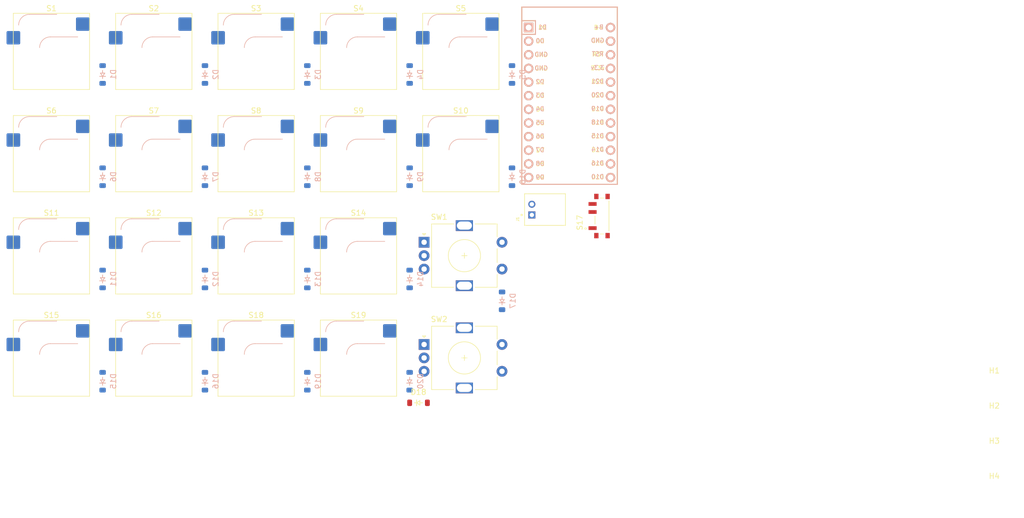
<source format=kicad_pcb>
(kicad_pcb (version 20221018) (generator pcbnew)
  (layers (0 "F.Cu" signal) (31 "B.Cu" signal) (34 "B.Paste" user) (35 "F.Paste" user) (36 "B.SilkS" user "B.Silkscreen") (37 "F.SilkS" user "F.Silkscreen") (38 "B.Mask" user) (39 "F.Mask" user) (44 "Edge.Cuts" user))
  (net 0 "")
  (net 1 "Row 0")
  (net 2 "Net-(D1-A)")
  (net 3 "Net-(D2-A)")
  (net 4 "Net-(D3-A)")
  (net 5 "Net-(D4-A)")
  (net 6 "Net-(D5-A)")
  (net 7 "Row 1")
  (net 8 "Net-(D6-A)")
  (net 9 "Net-(D7-A)")
  (net 10 "Net-(D8-A)")
  (net 11 "Net-(D9-A)")
  (net 12 "Net-(D10-A)")
  (net 13 "Row 2")
  (net 14 "Net-(D11-A)")
  (net 15 "Net-(D12-A)")
  (net 16 "Net-(D13-A)")
  (net 17 "Net-(D14-A)")
  (net 18 "Row 3")
  (net 19 "Net-(D15-A)")
  (net 20 "Net-(D16-A)")
  (net 21 "Net-(D17-K)")
  (net 22 "Net-(D17-A)")
  (net 23 "Net-(D18-A)")
  (net 24 "Net-(D19-A)")
  (net 25 "Net-(D20-A)")
  (net 26 "Net-(J1-Pad2)")
  (net 27 "Positive")
  (net 28 "Column 0")
  (net 29 "Column 1")
  (net 30 "Column 2")
  (net 31 "Column 3")
  (net 32 "Ground 1")
  (net 33 "Negative")
  (net 34 "Pin 2")
  (net 35 "Pin 1")
  (net 36 "Ground 2")
  (net 37 "Pin 4")
  (net 38 "Pin 3")
  (net 44 "Column 4")
  (footprint "ScottoKeebs_Hotswap:Hotswap_MX_1.00u" (layer "F.Cu") (at 68.82 46.37)
    (fp_text reference "S1" (at 0 -8) (layer "F.SilkS"))
    (fp_text value "Keyswitch")
    (pad "" np_thru_hole circle (at -5.08 0) (size 1.75 1.75) (drill 1.75) (layers "*.Cu" "*.Mask"))
    (pad "" np_thru_hole circle (at -3.81 -2.54) (size 3.05 3.05) (drill 3.05) (layers "*.Cu" "*.Mask"))
    (pad "" np_thru_hole circle (at 0 0) (size 4 4) (drill 4) (layers "*.Cu" "*.Mask"))
    (pad "" np_thru_hole circle (at 2.54 -5.08) (size 3.05 3.05) (drill 3.05) (layers "*.Cu" "*.Mask"))
    (pad "" np_thru_hole circle (at 5.08 0) (size 1.75 1.75) (drill 1.75) (layers "*.Cu" "*.Mask"))
    (pad "1" smd roundrect (at -7.085 -2.54) (size 2.55 2.5) (layers "B.Cu" "B.Paste" "B.Mask") (roundrect_rratio 0.1) (net 28 "Column 0"))
    (pad "2" smd roundrect (at 5.842 -5.08) (size 2.55 2.5) (layers "B.Cu" "B.Paste" "B.Mask") (roundrect_rratio 0.1) (net 2 "Net-(D1-A)"))
  )
  (footprint "ScottoKeebs_Hotswap:Hotswap_MX_1.00u" (layer "F.Cu") (at 87.87 84.47)
    (fp_text reference "S12" (at 0 -8) (layer "F.SilkS"))
    (fp_text value "Keyswitch")
    (pad "" np_thru_hole circle (at -5.08 0) (size 1.75 1.75) (drill 1.75) (layers "*.Cu" "*.Mask"))
    (pad "" np_thru_hole circle (at -3.81 -2.54) (size 3.05 3.05) (drill 3.05) (layers "*.Cu" "*.Mask"))
    (pad "" np_thru_hole circle (at 0 0) (size 4 4) (drill 4) (layers "*.Cu" "*.Mask"))
    (pad "" np_thru_hole circle (at 2.54 -5.08) (size 3.05 3.05) (drill 3.05) (layers "*.Cu" "*.Mask"))
    (pad "" np_thru_hole circle (at 5.08 0) (size 1.75 1.75) (drill 1.75) (layers "*.Cu" "*.Mask"))
    (pad "1" smd roundrect (at -7.085 -2.54) (size 2.55 2.5) (layers "B.Cu" "B.Paste" "B.Mask") (roundrect_rratio 0.1) (net 29 "Column 1"))
    (pad "2" smd roundrect (at 5.842 -5.08) (size 2.55 2.5) (layers "B.Cu" "B.Paste" "B.Mask") (roundrect_rratio 0.1) (net 15 "Net-(D12-A)"))
  )
  (footprint "ScottoKeebs_Hotswap:Hotswap_MX_1.00u" (layer "F.Cu") (at 87.87 46.37)
    (fp_text reference "S2" (at 0 -8) (layer "F.SilkS"))
    (fp_text value "Keyswitch")
    (pad "" np_thru_hole circle (at -5.08 0) (size 1.75 1.75) (drill 1.75) (layers "*.Cu" "*.Mask"))
    (pad "" np_thru_hole circle (at -3.81 -2.54) (size 3.05 3.05) (drill 3.05) (layers "*.Cu" "*.Mask"))
    (pad "" np_thru_hole circle (at 0 0) (size 4 4) (drill 4) (layers "*.Cu" "*.Mask"))
    (pad "" np_thru_hole circle (at 2.54 -5.08) (size 3.05 3.05) (drill 3.05) (layers "*.Cu" "*.Mask"))
    (pad "" np_thru_hole circle (at 5.08 0) (size 1.75 1.75) (drill 1.75) (layers "*.Cu" "*.Mask"))
    (pad "1" smd roundrect (at -7.085 -2.54) (size 2.55 2.5) (layers "B.Cu" "B.Paste" "B.Mask") (roundrect_rratio 0.1) (net 29 "Column 1"))
    (pad "2" smd roundrect (at 5.842 -5.08) (size 2.55 2.5) (layers "B.Cu" "B.Paste" "B.Mask") (roundrect_rratio 0.1) (net 3 "Net-(D2-A)"))
  )
  (footprint "ScottoKeebs_Hotswap:Hotswap_MX_1.00u" (layer "F.Cu") (at 145.02 46.37)
    (fp_text reference "S5" (at 0 -8) (layer "F.SilkS"))
    (fp_text value "Keyswitch")
    (pad "" np_thru_hole circle (at -5.08 0) (size 1.75 1.75) (drill 1.75) (layers "*.Cu" "*.Mask"))
    (pad "" np_thru_hole circle (at -3.81 -2.54) (size 3.05 3.05) (drill 3.05) (layers "*.Cu" "*.Mask"))
    (pad "" np_thru_hole circle (at 0 0) (size 4 4) (drill 4) (layers "*.Cu" "*.Mask"))
    (pad "" np_thru_hole circle (at 2.54 -5.08) (size 3.05 3.05) (drill 3.05) (layers "*.Cu" "*.Mask"))
    (pad "" np_thru_hole circle (at 5.08 0) (size 1.75 1.75) (drill 1.75) (layers "*.Cu" "*.Mask"))
    (pad "1" smd roundrect (at -7.085 -2.54) (size 2.55 2.5) (layers "B.Cu" "B.Paste" "B.Mask") (roundrect_rratio 0.1) (net 21 "Net-(D17-K)"))
    (pad "2" smd roundrect (at 5.842 -5.08) (size 2.55 2.5) (layers "B.Cu" "B.Paste" "B.Mask") (roundrect_rratio 0.1) (net 6 "Net-(D5-A)"))
  )
  (footprint "ScottoKeebs_Hotswap:Hotswap_MX_1.00u" (layer "F.Cu") (at 68.82 65.42)
    (fp_text reference "S6" (at 0 -8) (layer "F.SilkS"))
    (fp_text value "Keyswitch")
    (pad "" np_thru_hole circle (at -5.08 0) (size 1.75 1.75) (drill 1.75) (layers "*.Cu" "*.Mask"))
    (pad "" np_thru_hole circle (at -3.81 -2.54) (size 3.05 3.05) (drill 3.05) (layers "*.Cu" "*.Mask"))
    (pad "" np_thru_hole circle (at 0 0) (size 4 4) (drill 4) (layers "*.Cu" "*.Mask"))
    (pad "" np_thru_hole circle (at 2.54 -5.08) (size 3.05 3.05) (drill 3.05) (layers "*.Cu" "*.Mask"))
    (pad "" np_thru_hole circle (at 5.08 0) (size 1.75 1.75) (drill 1.75) (layers "*.Cu" "*.Mask"))
    (pad "1" smd roundrect (at -7.085 -2.54) (size 2.55 2.5) (layers "B.Cu" "B.Paste" "B.Mask") (roundrect_rratio 0.1) (net 28 "Column 0"))
    (pad "2" smd roundrect (at 5.842 -5.08) (size 2.55 2.5) (layers "B.Cu" "B.Paste" "B.Mask") (roundrect_rratio 0.1) (net 8 "Net-(D6-A)"))
  )
  (footprint "ScottoKeebs_MCU:Nice_Nano_V2" (layer "F.Cu") (at 165.260625 55.895)
    (fp_text reference "U1" hide)
    (fp_text value "Nice_Nano_V2" hide)
    (fp_text user "3.3v" (at 5.211 -6.49) (layer "B.SilkS") (effects (font (size 0.8 0.8)) (justify mirror)))
    (fp_text user "D9" (at -5.5 13.9) (layer "B.SilkS") (effects (font (size 0.8 0.8)) (justify mirror)))
    (fp_text user "D18" (at 5.211 3.67) (layer "B.SilkS") (effects (font (size 0.8 0.8)) (justify mirror)))
    (fp_text user "D21" (at 5.211 -3.95) (layer "B.SilkS") (effects (font (size 0.8 0.8)) (justify mirror)))
    (fp_text user "B+" (at 5.422 -14.04) (layer "B.SilkS") (effects (font (size 0.8 0.8)) (justify mirror)))
    (fp_text user "D16" (at 5.211 11.29) (layer "B.SilkS") (effects (font (size 0.8 0.8)) (justify mirror)))
    (fp_text user "D5" (at -5.5 3.74) (layer "B.SilkS") (effects (font (size 0.8 0.8)) (justify mirror)))
    (fp_text user "D6" (at -5.5 6.28) (layer "B.SilkS") (effects (font (size 0.8 0.8)) (justify mirror)))
    (fp_text user "GND" (at -5.289 -6.42) (layer "B.SilkS") (effects (font (size 0.8 0.8)) (justify mirror)))
    (fp_text user "D19" (at 5.211 1.13) (layer "B.SilkS") (effects (font (size 0.8 0.8)) (justify mirror)))
    (fp_text user "GND" (at -5.289 -8.96) (layer "B.SilkS") (effects (font (size 0.8 0.8)) (justify mirror)))
    (fp_text user "D7" (at -5.5 8.82) (layer "B.SilkS") (effects (font (size 0.8 0.8)) (justify mirror)))
    (fp_text user "D10" (at 5.211 13.83) (layer "B.SilkS") (effects (font (size 0.8 0.8)) (justify mirror)))
    (fp_text user "D20" (at 5.211 -1.41) (layer "B.SilkS") (effects (font (size 0.8 0.8)) (justify mirror)))
    (fp_text user "D8" (at -5.5 11.36) (layer "B.SilkS") (effects (font (size 0.8 0.8)) (justify mirror)))
    (fp_text user "D14" (at 5.211 8.75) (layer "B.SilkS") (effects (font (size 0.8 0.8)) (justify mirror)))
    (fp_text user "RST" (at 5.25 -9.06) (layer "B.SilkS") (effects (font (size 0.8 0.8)) (justify mirror)))
    (fp_text user "D1" (at -5.039 -14.04) (layer "B.SilkS") (effects (font (size 0.8 0.8)) (justify mirror)))
    (fp_text user "D4" (at -5.5 1.2) (layer "B.SilkS") (effects (font (size 0.8 0.8)) (justify mirror)))
    (fp_text user "GND" (at 5.211 -11.57) (layer "B.SilkS") (effects (font (size 0.8 0.8)) (justify mirror)))
    (fp_text user "D15" (at 5.211 6.21) (layer "B.SilkS") (effects (font (size 0.8 0.8)) (justify mirror)))
    (fp_text user "D2" (at -5.5 -3.88) (layer "B.SilkS") (effects (font (size 0.8 0.8)) (justify mirror)))
    (fp_text user "D0" (at -5.5 -11.5) (layer "B.SilkS") (effects (font (size 0.8 0.8)) (justify mirror)))
    (fp_text user "D3" (at -5.5 -1.34) (layer "B.SilkS") (effects (font (size 0.8 0.8)) (justify mirror)))
    (fp_text user "D2" (at -5.461 -3.81) (layer "F.SilkS") (effects (font (size 0.8 0.8))))
    (fp_text user "D0" (at -5.461 -11.43) (layer "F.SilkS") (effects (font (size 0.8 0.8))))
    (fp_text user "D21" (at 5.25 -3.88) (layer "F.SilkS") (effects (font (size 0.8 0.8))))
    (fp_text user "D5" (at -5.461 3.81) (layer "F.SilkS") (effects (font (size 0.8 0.8))))
    (fp_text user "GND" (at 5.25 -11.5) (layer "F.SilkS") (effects (font (size 0.8 0.8))))
    (fp_text user "D15" (at 5.25 6.28) (layer "F.SilkS") (effects (font (size 0.8 0.8))))
    (fp_text user "D3" (at -5.461 -1.27) (layer "F.SilkS") (effects (font (size 0.8 0.8))))
    (fp_text user "D14" (at 5.25 8.82) (layer "F.SilkS") (effects (font (size 0.8 0.8))))
    (fp_text user "B+" (at 5.461 -13.97) (layer "F.SilkS") (effects (font (size 0.8 0.8))))
    (fp_text user "D19" (at 5.25 1.2) (layer "F.SilkS") (effects (font (size 0.8 0.8))))
    (fp_text user "3.3v" (at 5.25 -6.42) (layer "F.SilkS") (effects (font (size 0.8 0.8))))
    (fp_text user "D16" (at 5.25 11.36) (layer "F.SilkS") (effects (font (size 0.8 0.8))))
    (fp_text user "D7" (at -5.461 8.89) (layer "F.SilkS") (effects (font (size 0.8 0.8))))
    (fp_text user "D8" (at -5.461 11.43) (layer "F.SilkS") (effects (font (size 0.8 0.8))))
    (fp_text user "GND" (at -5.25 -8.89) (layer "F.SilkS") (effects (font (size 0.8 0.8))))
    (fp_text user "D6" (at -5.461 6.35) (layer "F.SilkS") (effects (font (size 0.8 0.8))))
    (fp_text user "D1" (at -5 -13.97) (layer "F.SilkS") (effects (font (size 0.8 0.8))))
    (fp_text user "D18" (at 5.25 3.74) (layer "F.SilkS") (effects (font (size 0.8 0.8))))
    (fp_text user "D10" (at 5.25 13.9) (layer "F.SilkS") (effects (font (size 0.8 0.8))))
    (fp_text user "D4" (at -5.461 1.27) (layer "F.SilkS") (effects (font (size 0.8 0.8))))
    (fp_text user "D9" (at -5.461 13.97) (layer "F.SilkS") (effects (font (size 0.8 0.8))))
    (fp_text user "RST" (at 5.289 -8.99) (layer "F.SilkS") (effects (font (size 0.8 0.8))))
    (fp_text user "D20" (at 5.25 -1.34) (layer "F.SilkS") (effects (font (size 0.8 0.8))))
    (fp_text user "GND" (at -5.25 -6.35) (layer "F.SilkS") (effects (font (size 0.8 0.8))))
    (pad "1" thru_hole rect (at -7.62 -13.97 270) (size 1.7526 1.7526) (drill 1.0922) (layers "*.Cu" "*.SilkS" "*.Mask") (net 33 "Negative"))
    (pad "2" thru_hole circle (at -7.62 -11.43 270) (size 1.7526 1.7526) (drill 1.0922) (layers "*.Cu" "*.SilkS" "*.Mask"))
    (pad "3" thru_hole circle (at -7.62 -8.89 270) (size 1.7526 1.7526) (drill 1.0922) (layers "*.Cu" "*.SilkS" "*.Mask"))
    (pad "4" thru_hole circle (at -7.62 -6.35 270) (size 1.7526 1.7526) (drill 1.0922) (layers "*.Cu" "*.SilkS" "*.Mask") (net 36 "Ground 2"))
    (pad "5" thru_hole circle (at -7.62 -3.81 270) (size 1.7526 1.7526) (drill 1.0922) (layers "*.Cu" "*.SilkS" "*.Mask") (net 1 "Row 0"))
    (pad "6" thru_hole circle (at -7.62 -1.27 270) (size 1.7526 1.7526) (drill 1.0922) (layers "*.Cu" "*.SilkS" "*.Mask") (net 7 "Row 1"))
    (pad "7" thru_hole circle (at -7.62 1.27 270) (size 1.7526 1.7526) (drill 1.0922) (layers "*.Cu" "*.SilkS" "*.Mask") (net 13 "Row 2"))
    (pad "8" thru_hole circle (at -7.62 3.81 270) (size 1.7526 1.7526) (drill 1.0922) (layers "*.Cu" "*.SilkS" "*.Mask") (net 18 "Row 3"))
    (pad "9" thru_hole circle (at -7.62 6.35 270) (size 1.7526 1.7526) (drill 1.0922) (layers "*.Cu" "*.SilkS" "*.Mask") (net 28 "Column 0"))
    (pad "10" thru_hole circle (at -7.62 8.89 270) (size 1.7526 1.7526) (drill 1.0922) (layers "*.Cu" "*.SilkS" "*.Mask") (net 29 "Column 1"))
    (pad "11" thru_hole circle (at -7.62 11.43 270) (size 1.7526 1.7526) (drill 1.0922) (layers "*.Cu" "*.SilkS" "*.Mask") (net 30 "Column 2"))
    (pad "12" thru_hole circle (at -7.62 13.97 270) (size 1.7526 1.7526) (drill 1.0922) (layers "*.Cu" "*.SilkS" "*.Mask") (net 31 "Column 3"))
    (pad "13" thru_hole circle (at 7.62 13.97 270) (size 1.7526 1.7526) (drill 1.0922) (layers "*.Cu" "*.SilkS" "*.Mask"))
    (pad "14" thru_hole circle (at 7.62 11.43 270) (size 1.7526 1.7526) (drill 1.0922) (layers "*.Cu" "*.SilkS" "*.Mask"))
    (pad "15" thru_hole circle (at 7.62 8.89 270) (size 1.7526 1.7526) (drill 1.0922) (layers "*.Cu" "*.SilkS" "*.Mask"))
    (pad "16" thru_hole circle (at 7.62 6.35 270) (size 1.7526 1.7526) (drill 1.0922) (layers "*.Cu" "*.SilkS" "*.Mask") (net 37 "Pin 4"))
    (pad "17" thru_hole circle (at 7.62 3.81 270) (size 1.7526 1.7526) (drill 1.0922) (layers "*.Cu" "*.SilkS" "*.Mask") (net 38 "Pin 3"))
    (pad "18" thru_hole circle (at 7.62 1.27 270) (size 1.7526 1.7526) (drill 1.0922) (layers "*.Cu" "*.SilkS" "*.Mask") (net 34 "Pin 2"))
    (pad "19" thru_hole circle (at 7.62 -1.27 270) (size 1.7526 1.7526) (drill 1.0922) (layers "*.Cu" "*.SilkS" "*.Mask") (net 35 "Pin 1"))
    (pad "20" thru_hole circle (at 7.62 -3.81 270) (size 1.7526 1.7526) (drill 1.0922) (layers "*.Cu" "*.SilkS" "*.Mask") (net 44 "Column 4"))
    (pad "21" thru_hole circle (at 7.62 -6.35 270) (size 1.7526 1.7526) (drill 1.0922) (layers "*.Cu" "*.SilkS" "*.Mask"))
    (pad "22" thru_hole circle (at 7.62 -8.89 270) (size 1.7526 1.7526) (drill 1.0922) (layers "*.Cu" "*.SilkS" "*.Mask"))
    (pad "23" thru_hole circle (at 7.62 -11.43 270) (size 1.7526 1.7526) (drill 1.0922) (layers "*.Cu" "*.SilkS" "*.Mask") (net 32 "Ground 1"))
    (pad "24" thru_hole circle (at 7.62 -13.97 270) (size 1.7526 1.7526) (drill 1.0922) (layers "*.Cu" "*.SilkS" "*.Mask") (net 27 "Positive"))
  )
  (footprint "Rotary_Encoder:RotaryEncoder_Alps_EC11E-Switch_Vertical_H20mm" (layer "F.Cu") (at 138.185625 81.92625)
    (fp_text reference "SW1" (at 2.8 -4.7) (layer "F.SilkS"))
    (fp_text value "RotaryEncoder_Switch")
    (pad "A" thru_hole rect (at 0 0) (size 2 2) (drill 1) (layers "*.Cu" "*.Mask") (net 34 "Pin 2"))
    (pad "B" thru_hole circle (at 0 5) (size 2 2) (drill 1) (layers "*.Cu" "*.Mask") (net 35 "Pin 1"))
    (pad "C" thru_hole circle (at 0 2.5) (size 2 2) (drill 1) (layers "*.Cu" "*.Mask") (net 36 "Ground 2"))
    (pad "MP" thru_hole rect (at 7.5 -3.1) (size 3.2 2) (drill oval 2.8 1.5) (layers "*.Cu" "*.Mask"))
    (pad "MP" thru_hole rect (at 7.5 8.1) (size 3.2 2) (drill oval 2.8 1.5) (layers "*.Cu" "*.Mask"))
    (pad "S1" thru_hole circle (at 14.5 5) (size 2 2) (drill 1) (layers "*.Cu" "*.Mask") (net 22 "Net-(D17-A)"))
    (pad "S2" thru_hole circle (at 14.5 0) (size 2 2) (drill 1) (layers "*.Cu" "*.Mask") (net 21 "Net-(D17-K)"))
  )
  (footprint "ScottoKeebs_Hotswap:Hotswap_MX_1.00u" (layer "F.Cu") (at 106.92 103.52)
    (fp_text reference "S18" (at 0 -8) (layer "F.SilkS"))
    (fp_text value "Keyswitch")
    (pad "" np_thru_hole circle (at -5.08 0) (size 1.75 1.75) (drill 1.75) (layers "*.Cu" "*.Mask"))
    (pad "" np_thru_hole circle (at -3.81 -2.54) (size 3.05 3.05) (drill 3.05) (layers "*.Cu" "*.Mask"))
    (pad "" np_thru_hole circle (at 0 0) (size 4 4) (drill 4) (layers "*.Cu" "*.Mask"))
    (pad "" np_thru_hole circle (at 2.54 -5.08) (size 3.05 3.05) (drill 3.05) (layers "*.Cu" "*.Mask"))
    (pad "" np_thru_hole circle (at 5.08 0) (size 1.75 1.75) (drill 1.75) (layers "*.Cu" "*.Mask"))
    (pad "1" smd roundrect (at -7.085 -2.54) (size 2.55 2.5) (layers "B.Cu" "B.Paste" "B.Mask") (roundrect_rratio 0.1) (net 30 "Column 2"))
    (pad "2" smd roundrect (at 5.842 -5.08) (size 2.55 2.5) (layers "B.Cu" "B.Paste" "B.Mask") (roundrect_rratio 0.1) (net 24 "Net-(D19-A)"))
  )
  (footprint "ScottoKeebs_Hotswap:Hotswap_MX_1.00u" (layer "F.Cu") (at 68.82 84.47)
    (fp_text reference "S11" (at 0 -8) (layer "F.SilkS"))
    (fp_text value "Keyswitch")
    (pad "" np_thru_hole circle (at -5.08 0) (size 1.75 1.75) (drill 1.75) (layers "*.Cu" "*.Mask"))
    (pad "" np_thru_hole circle (at -3.81 -2.54) (size 3.05 3.05) (drill 3.05) (layers "*.Cu" "*.Mask"))
    (pad "" np_thru_hole circle (at 0 0) (size 4 4) (drill 4) (layers "*.Cu" "*.Mask"))
    (pad "" np_thru_hole circle (at 2.54 -5.08) (size 3.05 3.05) (drill 3.05) (layers "*.Cu" "*.Mask"))
    (pad "" np_thru_hole circle (at 5.08 0) (size 1.75 1.75) (drill 1.75) (layers "*.Cu" "*.Mask"))
    (pad "1" smd roundrect (at -7.085 -2.54) (size 2.55 2.5) (layers "B.Cu" "B.Paste" "B.Mask") (roundrect_rratio 0.1) (net 28 "Column 0"))
    (pad "2" smd roundrect (at 5.842 -5.08) (size 2.55 2.5) (layers "B.Cu" "B.Paste" "B.Mask") (roundrect_rratio 0.1) (net 14 "Net-(D11-A)"))
  )
  (footprint "ScottoKeebs_Hotswap:Hotswap_MX_1.00u" (layer "F.Cu") (at 87.87 65.42)
    (fp_text reference "S7" (at 0 -8) (layer "F.SilkS"))
    (fp_text value "Keyswitch")
    (pad "" np_thru_hole circle (at -5.08 0) (size 1.75 1.75) (drill 1.75) (layers "*.Cu" "*.Mask"))
    (pad "" np_thru_hole circle (at -3.81 -2.54) (size 3.05 3.05) (drill 3.05) (layers "*.Cu" "*.Mask"))
    (pad "" np_thru_hole circle (at 0 0) (size 4 4) (drill 4) (layers "*.Cu" "*.Mask"))
    (pad "" np_thru_hole circle (at 2.54 -5.08) (size 3.05 3.05) (drill 3.05) (layers "*.Cu" "*.Mask"))
    (pad "" np_thru_hole circle (at 5.08 0) (size 1.75 1.75) (drill 1.75) (layers "*.Cu" "*.Mask"))
    (pad "1" smd roundrect (at -7.085 -2.54) (size 2.55 2.5) (layers "B.Cu" "B.Paste" "B.Mask") (roundrect_rratio 0.1) (net 29 "Column 1"))
    (pad "2" smd roundrect (at 5.842 -5.08) (size 2.55 2.5) (layers "B.Cu" "B.Paste" "B.Mask") (roundrect_rratio 0.1) (net 9 "Net-(D7-A)"))
  )
  (footprint "ScottoKeebs_Hotswap:Hotswap_MX_1.00u" (layer "F.Cu") (at 68.82 103.52)
    (fp_text reference "S15" (at 0 -8) (layer "F.SilkS"))
    (fp_text value "Keyswitch")
    (pad "" np_thru_hole circle (at -5.08 0) (size 1.75 1.75) (drill 1.75) (layers "*.Cu" "*.Mask"))
    (pad "" np_thru_hole circle (at -3.81 -2.54) (size 3.05 3.05) (drill 3.05) (layers "*.Cu" "*.Mask"))
    (pad "" np_thru_hole circle (at 0 0) (size 4 4) (drill 4) (layers "*.Cu" "*.Mask"))
    (pad "" np_thru_hole circle (at 2.54 -5.08) (size 3.05 3.05) (drill 3.05) (layers "*.Cu" "*.Mask"))
    (pad "" np_thru_hole circle (at 5.08 0) (size 1.75 1.75) (drill 1.75) (layers "*.Cu" "*.Mask"))
    (pad "1" smd roundrect (at -7.085 -2.54) (size 2.55 2.5) (layers "B.Cu" "B.Paste" "B.Mask") (roundrect_rratio 0.1) (net 28 "Column 0"))
    (pad "2" smd roundrect (at 5.842 -5.08) (size 2.55 2.5) (layers "B.Cu" "B.Paste" "B.Mask") (roundrect_rratio 0.1) (net 19 "Net-(D15-A)"))
  )
  (footprint "ScottoKeebs_Hotswap:Hotswap_MX_1.00u" (layer "F.Cu") (at 87.87 103.52)
    (fp_text reference "S16" (at 0 -8) (layer "F.SilkS"))
    (fp_text value "Keyswitch")
    (pad "" np_thru_hole circle (at -5.08 0) (size 1.75 1.75) (drill 1.75) (layers "*.Cu" "*.Mask"))
    (pad "" np_thru_hole circle (at -3.81 -2.54) (size 3.05 3.05) (drill 3.05) (layers "*.Cu" "*.Mask"))
    (pad "" np_thru_hole circle (at 0 0) (size 4 4) (drill 4) (layers "*.Cu" "*.Mask"))
    (pad "" np_thru_hole circle (at 2.54 -5.08) (size 3.05 3.05) (drill 3.05) (layers "*.Cu" "*.Mask"))
    (pad "" np_thru_hole circle (at 5.08 0) (size 1.75 1.75) (drill 1.75) (layers "*.Cu" "*.Mask"))
    (pad "1" smd roundrect (at -7.085 -2.54) (size 2.55 2.5) (layers "B.Cu" "B.Paste" "B.Mask") (roundrect_rratio 0.1) (net 29 "Column 1"))
    (pad "2" smd roundrect (at 5.842 -5.08) (size 2.55 2.5) (layers "B.Cu" "B.Paste" "B.Mask") (roundrect_rratio 0.1) (net 20 "Net-(D16-A)"))
  )
  (footprint "MountingHole:MountingHole_2.5mm" (layer "F.Cu") (at 244.32 122.45)
    (fp_text reference "H3" (at 0 -3.5) (layer "F.SilkS"))
    (fp_text value "Mounting_Hole")
    (pad "" np_thru_hole circle (at 0 0) (size 2.5 2.5) (drill 2.5) (layers "*.Cu" "*.Mask"))
  )
  (footprint "ScottoKeebs_Hotswap:Hotswap_MX_1.00u" (layer "F.Cu") (at 145.02 65.42)
    (fp_text reference "S10" (at 0 -8) (layer "F.SilkS"))
    (fp_text value "Keyswitch")
    (pad "" np_thru_hole circle (at -5.08 0) (size 1.75 1.75) (drill 1.75) (layers "*.Cu" "*.Mask"))
    (pad "" np_thru_hole circle (at -3.81 -2.54) (size 3.05 3.05) (drill 3.05) (layers "*.Cu" "*.Mask"))
    (pad "" np_thru_hole circle (at 0 0) (size 4 4) (drill 4) (layers "*.Cu" "*.Mask"))
    (pad "" np_thru_hole circle (at 2.54 -5.08) (size 3.05 3.05) (drill 3.05) (layers "*.Cu" "*.Mask"))
    (pad "" np_thru_hole circle (at 5.08 0) (size 1.75 1.75) (drill 1.75) (layers "*.Cu" "*.Mask"))
    (pad "1" smd roundrect (at -7.085 -2.54) (size 2.55 2.5) (layers "B.Cu" "B.Paste" "B.Mask") (roundrect_rratio 0.1) (net 21 "Net-(D17-K)"))
    (pad "2" smd roundrect (at 5.842 -5.08) (size 2.55 2.5) (layers "B.Cu" "B.Paste" "B.Mask") (roundrect_rratio 0.1) (net 12 "Net-(D10-A)"))
  )
  (footprint "ScottoKeebs_Hotswap:Hotswap_MX_1.00u" (layer "F.Cu") (at 106.92 46.37)
    (fp_text reference "S3" (at 0 -8) (layer "F.SilkS"))
    (fp_text value "Keyswitch")
    (pad "" np_thru_hole circle (at -5.08 0) (size 1.75 1.75) (drill 1.75) (layers "*.Cu" "*.Mask"))
    (pad "" np_thru_hole circle (at -3.81 -2.54) (size 3.05 3.05) (drill 3.05) (layers "*.Cu" "*.Mask"))
    (pad "" np_thru_hole circle (at 0 0) (size 4 4) (drill 4) (layers "*.Cu" "*.Mask"))
    (pad "" np_thru_hole circle (at 2.54 -5.08) (size 3.05 3.05) (drill 3.05) (layers "*.Cu" "*.Mask"))
    (pad "" np_thru_hole circle (at 5.08 0) (size 1.75 1.75) (drill 1.75) (layers "*.Cu" "*.Mask"))
    (pad "1" smd roundrect (at -7.085 -2.54) (size 2.55 2.5) (layers "B.Cu" "B.Paste" "B.Mask") (roundrect_rratio 0.1) (net 30 "Column 2"))
    (pad "2" smd roundrect (at 5.842 -5.08) (size 2.55 2.5) (layers "B.Cu" "B.Paste" "B.Mask") (roundrect_rratio 0.1) (net 4 "Net-(D3-A)"))
  )
  (footprint "ScottoKeebs_Hotswap:Hotswap_MX_1.00u" (layer "F.Cu") (at 106.92 65.42)
    (fp_text reference "S8" (at 0 -8) (layer "F.SilkS"))
    (fp_text value "Keyswitch")
    (pad "" np_thru_hole circle (at -5.08 0) (size 1.75 1.75) (drill 1.75) (layers "*.Cu" "*.Mask"))
    (pad "" np_thru_hole circle (at -3.81 -2.54) (size 3.05 3.05) (drill 3.05) (layers "*.Cu" "*.Mask"))
    (pad "" np_thru_hole circle (at 0 0) (size 4 4) (drill 4) (layers "*.Cu" "*.Mask"))
    (pad "" np_thru_hole circle (at 2.54 -5.08) (size 3.05 3.05) (drill 3.05) (layers "*.Cu" "*.Mask"))
    (pad "" np_thru_hole circle (at 5.08 0) (size 1.75 1.75) (drill 1.75) (layers "*.Cu" "*.Mask"))
    (pad "1" smd roundrect (at -7.085 -2.54) (size 2.55 2.5) (layers "B.Cu" "B.Paste" "B.Mask") (roundrect_rratio 0.1) (net 30 "Column 2"))
    (pad "2" smd roundrect (at 5.842 -5.08) (size 2.55 2.5) (layers "B.Cu" "B.Paste" "B.Mask") (roundrect_rratio 0.1) (net 10 "Net-(D8-A)"))
  )
  (footprint "Rotary_Encoder:RotaryEncoder_Alps_EC11E-Switch_Vertical_H20mm" (layer "F.Cu") (at 138.185625 100.97625)
    (fp_text reference "SW2" (at 2.8 -4.7) (layer "F.SilkS"))
    (fp_text value "RotaryEncoder_Switch")
    (pad "A" thru_hole rect (at 0 0) (size 2 2) (drill 1) (layers "*.Cu" "*.Mask") (net 37 "Pin 4"))
    (pad "B" thru_hole circle (at 0 5) (size 2 2) (drill 1) (layers "*.Cu" "*.Mask") (net 38 "Pin 3"))
    (pad "C" thru_hole circle (at 0 2.5) (size 2 2) (drill 1) (layers "*.Cu" "*.Mask") (net 36 "Ground 2"))
    (pad "MP" thru_hole rect (at 7.5 -3.1) (size 3.2 2) (drill oval 2.8 1.5) (layers "*.Cu" "*.Mask"))
    (pad "MP" thru_hole rect (at 7.5 8.1) (size 3.2 2) (drill oval 2.8 1.5) (layers "*.Cu" "*.Mask"))
    (pad "S1" thru_hole circle (at 14.5 5) (size 2 2) (drill 1) (layers "*.Cu" "*.Mask") (net 23 "Net-(D18-A)"))
    (pad "S2" thru_hole circle (at 14.5 0) (size 2 2) (drill 1) (layers "*.Cu" "*.Mask") (net 21 "Net-(D17-K)"))
  )
  (footprint "ScottoKeebs_Hotswap:Hotswap_MX_1.00u" (layer "F.Cu") (at 125.97 84.47)
    (fp_text reference "S14" (at 0 -8) (layer "F.SilkS"))
    (fp_text value "Keyswitch")
    (pad "" np_thru_hole circle (at -5.08 0) (size 1.75 1.75) (drill 1.75) (layers "*.Cu" "*.Mask"))
    (pad "" np_thru_hole circle (at -3.81 -2.54) (size 3.05 3.05) (drill 3.05) (layers "*.Cu" "*.Mask"))
    (pad "" np_thru_hole circle (at 0 0) (size 4 4) (drill 4) (layers "*.Cu" "*.Mask"))
    (pad "" np_thru_hole circle (at 2.54 -5.08) (size 3.05 3.05) (drill 3.05) (layers "*.Cu" "*.Mask"))
    (pad "" np_thru_hole circle (at 5.08 0) (size 1.75 1.75) (drill 1.75) (layers "*.Cu" "*.Mask"))
    (pad "1" smd roundrect (at -7.085 -2.54) (size 2.55 2.5) (layers "B.Cu" "B.Paste" "B.Mask") (roundrect_rratio 0.1) (net 31 "Column 3"))
    (pad "2" smd roundrect (at 5.842 -5.08) (size 2.55 2.5) (layers "B.Cu" "B.Paste" "B.Mask") (roundrect_rratio 0.1) (net 17 "Net-(D14-A)"))
  )
  (footprint "ScottoKeebs_Hotswap:Hotswap_MX_1.00u" (layer "F.Cu") (at 106.92 84.47)
    (fp_text reference "S13" (at 0 -8) (layer "F.SilkS"))
    (fp_text value "Keyswitch")
    (pad "" np_thru_hole circle (at -5.08 0) (size 1.75 1.75) (drill 1.75) (layers "*.Cu" "*.Mask"))
    (pad "" np_thru_hole circle (at -3.81 -2.54) (size 3.05 3.05) (drill 3.05) (layers "*.Cu" "*.Mask"))
    (pad "" np_thru_hole circle (at 0 0) (size 4 4) (drill 4) (layers "*.Cu" "*.Mask"))
    (pad "" np_thru_hole circle (at 2.54 -5.08) (size 3.05 3.05) (drill 3.05) (layers "*.Cu" "*.Mask"))
    (pad "" np_thru_hole circle (at 5.08 0) (size 1.75 1.75) (drill 1.75) (layers "*.Cu" "*.Mask"))
    (pad "1" smd roundrect (at -7.085 -2.54) (size 2.55 2.5) (layers "B.Cu" "B.Paste" "B.Mask") (roundrect_rratio 0.1) (net 30 "Column 2"))
    (pad "2" smd roundrect (at 5.842 -5.08) (size 2.55 2.5) (layers "B.Cu" "B.Paste" "B.Mask") (roundrect_rratio 0.1) (net 16 "Net-(D13-A)"))
  )
  (footprint "MountingHole:MountingHole_2.5mm" (layer "F.Cu") (at 244.32 109.35)
    (fp_text reference "H1" (at 0 -3.5) (layer "F.SilkS"))
    (fp_text value "Mounting_Hole")
    (pad "" np_thru_hole circle (at 0 0) (size 2.5 2.5) (drill 2.5) (layers "*.Cu" "*.Mask"))
  )
  (footprint "ScottoKeebs_Components:Diode_SOD-123" (layer "F.Cu") (at 137.145 111.845)
    (fp_text reference "D18" (at 0 -2) (layer "F.SilkS"))
    (fp_text value "Diode")
    (pad "1" smd roundrect (at -1.65 0) (size 0.9 1.2) (layers "F.Cu" "F.Paste" "F.Mask") (net 18 "Row 3"))
    (pad "2" smd roundrect (at 1.65 0) (size 0.9 1.2) (layers "F.Cu" "F.Paste" "F.Mask") (net 23 "Net-(D18-A)"))
  )
  (footprint "MountingHole:MountingHole_2.5mm" (layer "F.Cu") (at 244.32 115.9)
    (fp_text reference "H2" (at 0 -3.5) (layer "F.SilkS"))
    (fp_text value "Mounting_Hole")
    (pad "" np_thru_hole circle (at 0 0) (size 2.5 2.5) (drill 2.5) (layers "*.Cu" "*.Mask"))
  )
  (footprint "ScottoKeebs_Hotswap:Hotswap_MX_1.00u" (layer "F.Cu") (at 125.97 65.42)
    (fp_text reference "S9" (at 0 -8) (layer "F.SilkS"))
    (fp_text value "Keyswitch")
    (pad "" np_thru_hole circle (at -5.08 0) (size 1.75 1.75) (drill 1.75) (layers "*.Cu" "*.Mask"))
    (pad "" np_thru_hole circle (at -3.81 -2.54) (size 3.05 3.05) (drill 3.05) (layers "*.Cu" "*.Mask"))
    (pad "" np_thru_hole circle (at 0 0) (size 4 4) (drill 4) (layers "*.Cu" "*.Mask"))
    (pad "" np_thru_hole circle (at 2.54 -5.08) (size 3.05 3.05) (drill 3.05) (layers "*.Cu" "*.Mask"))
    (pad "" np_thru_hole circle (at 5.08 0) (size 1.75 1.75) (drill 1.75) (layers "*.Cu" "*.Mask"))
    (pad "1" smd roundrect (at -7.085 -2.54) (size 2.55 2.5) (layers "B.Cu" "B.Paste" "B.Mask") (roundrect_rratio 0.1) (net 31 "Column 3"))
    (pad "2" smd roundrect (at 5.842 -5.08) (size 2.55 2.5) (layers "B.Cu" "B.Paste" "B.Mask") (roundrect_rratio 0.1) (net 11 "Net-(D9-A)"))
  )
  (footprint "S2B-PH-K-S_LF__SN_:JST_S2B-PH-K-S_LF__SN_" (layer "F.Cu") (at 158.23875 75.845 90)
    (fp_text reference "J1" (at -1.776 -2.6398 90) (layer "F.SilkS") (effects (font (size 0.48 0.48))))
    (fp_text value "S2B-PH-K-S_LF__SN_")
    (pad "1" thru_hole rect (at -1 0 90) (size 1.308 1.308) (drill 0.8) (layers "*.Cu" "*.Mask") (net 27 "Positive"))
    (pad "2" thru_hole circle (at 1 0 90) (size 1.308 1.308) (drill 0.8) (layers "*.Cu" "*.Mask") (net 26 "Net-(J1-Pad2)"))
  )
  (footprint "ScottoKeebs_Hotswap:Hotswap_MX_1.00u" (layer "F.Cu") (at 125.97 46.37)
    (fp_text reference "S4" (at 0 -8) (layer "F.SilkS"))
    (fp_text value "Keyswitch")
    (pad "" np_thru_hole circle (at -5.08 0) (size 1.75 1.75) (drill 1.75) (layers "*.Cu" "*.Mask"))
    (pad "" np_thru_hole circle (at -3.81 -2.54) (size 3.05 3.05) (drill 3.05) (layers "*.Cu" "*.Mask"))
    (pad "" np_thru_hole circle (at 0 0) (size 4 4) (drill 4) (layers "*.Cu" "*.Mask"))
    (pad "" np_thru_hole circle (at 2.54 -5.08) (size 3.05 3.05) (drill 3.05) (layers "*.Cu" "*.Mask"))
    (pad "" np_thru_hole circle (at 5.08 0) (size 1.75 1.75) (drill 1.75) (layers "*.Cu" "*.Mask"))
    (pad "1" smd roundrect (at -7.085 -2.54) (size 2.55 2.5) (layers "B.Cu" "B.Paste" "B.Mask") (roundrect_rratio 0.1) (net 31 "Column 3"))
    (pad "2" smd roundrect (at 5.842 -5.08) (size 2.55 2.5) (layers "B.Cu" "B.Paste" "B.Mask") (roundrect_rratio 0.1) (net 5 "Net-(D4-A)"))
  )
  (footprint "EG1215AA:SW_EG1215AA" (layer "F.Cu") (at 171.295 77.045 90)
    (fp_text reference "S17" (at -1.225 -4.131 90) (layer "F.SilkS"))
    (fp_text value "EG1215AA")
    (pad "" np_thru_hole circle (at -1.5 0 90) (size 0.9 0.9) (drill 0.9) (layers "*.Cu" "*.Mask"))
    (pad "" np_thru_hole circle (at 1.5 0 90) (size 0.9 0.9) (drill 0.9) (layers "*.Cu" "*.Mask"))
    (pad "1" smd rect (at -2.25 -1.75 90) (size 0.7 1.5) (layers "F.Cu" "F.Paste" "F.Mask") (net 32 "Ground 1"))
    (pad "2" smd rect (at 0.75 -1.75 90) (size 0.7 1.5) (layers "F.Cu" "F.Paste" "F.Mask") (net 33 "Negative"))
    (pad "3" smd rect (at 2.25 -1.75 90) (size 0.7 1.5) (layers "F.Cu" "F.Paste" "F.Mask") (net 26 "Net-(J1-Pad2)"))
    (pad "S1" smd rect (at -3.65 -1.05 90) (size 1 0.8) (layers "F.Cu" "F.Paste" "F.Mask"))
    (pad "S2" smd rect (at -3.65 1.05 90) (size 1 0.8) (layers "F.Cu" "F.Paste" "F.Mask"))
    (pad "S3" smd rect (at 3.65 1.05 90) (size 1 0.8) (layers "F.Cu" "F.Paste" "F.Mask"))
    (pad "S4" smd rect (at 3.65 -1.05 90) (size 1 0.8) (layers "F.Cu" "F.Paste" "F.Mask"))
  )
  (footprint "ScottoKeebs_Hotswap:Hotswap_MX_1.00u" (layer "F.Cu") (at 125.97 103.52)
    (fp_text reference "S19" (at 0 -8) (layer "F.SilkS"))
    (fp_text value "Keyswitch")
    (pad "" np_thru_hole circle (at -5.08 0) (size 1.75 1.75) (drill 1.75) (layers "*.Cu" "*.Mask"))
    (pad "" np_thru_hole circle (at -3.81 -2.54) (size 3.05 3.05) (drill 3.05) (layers "*.Cu" "*.Mask"))
    (pad "" np_thru_hole circle (at 0 0) (size 4 4) (drill 4) (layers "*.Cu" "*.Mask"))
    (pad "" np_thru_hole circle (at 2.54 -5.08) (size 3.05 3.05) (drill 3.05) (layers "*.Cu" "*.Mask"))
    (pad "" np_thru_hole circle (at 5.08 0) (size 1.75 1.75) (drill 1.75) (layers "*.Cu" "*.Mask"))
    (pad "1" smd roundrect (at -7.085 -2.54) (size 2.55 2.5) (layers "B.Cu" "B.Paste" "B.Mask") (roundrect_rratio 0.1) (net 31 "Column 3"))
    (pad "2" smd roundrect (at 5.842 -5.08) (size 2.55 2.5) (layers "B.Cu" "B.Paste" "B.Mask") (roundrect_rratio 0.1) (net 25 "Net-(D20-A)"))
  )
  (footprint "MountingHole:MountingHole_2.5mm" (layer "F.Cu") (at 244.32 129)
    (fp_text reference "H4" (at 0 -3.5) (layer "F.SilkS"))
    (fp_text value "Mounting_Hole")
    (pad "" np_thru_hole circle (at 0 0) (size 2.5 2.5) (drill 2.5) (layers "*.Cu" "*.Mask"))
  )
  (footprint "ScottoKeebs_Components:Diode_SOD-123" (layer "B.Cu") (at 78.345 50.673125 90)
    (fp_text reference "D1" (at 0 2 90) (layer "B.SilkS") (effects (justify mirror)))
    (fp_text value "Diode")
    (pad "1" smd roundrect (at -1.65 0 90) (size 0.9 1.2) (layers "B.Cu" "B.Paste" "B.Mask") (net 1 "Row 0"))
    (pad "2" smd roundrect (at 1.65 0 90) (size 0.9 1.2) (layers "B.Cu" "B.Paste" "B.Mask") (net 2 "Net-(D1-A)"))
  )
  (footprint "ScottoKeebs_Components:Diode_SOD-123" (layer "B.Cu") (at 116.445 50.673125 90)
    (fp_text reference "D3" (at 0 2 90) (layer "B.SilkS") (effects (justify mirror)))
    (fp_text value "Diode")
    (pad "1" smd roundrect (at -1.65 0 90) (size 0.9 1.2) (layers "B.Cu" "B.Paste" "B.Mask") (net 1 "Row 0"))
    (pad "2" smd roundrect (at 1.65 0 90) (size 0.9 1.2) (layers "B.Cu" "B.Paste" "B.Mask") (net 4 "Net-(D3-A)"))
  )
  (footprint "ScottoKeebs_Components:Diode_SOD-123" (layer "B.Cu") (at 135.495 50.673125 90)
    (fp_text reference "D4" (at 0 2 90) (layer "B.SilkS") (effects (justify mirror)))
    (fp_text value "Diode")
    (pad "1" smd roundrect (at -1.65 0 90) (size 0.9 1.2) (layers "B.Cu" "B.Paste" "B.Mask") (net 1 "Row 0"))
    (pad "2" smd roundrect (at 1.65 0 90) (size 0.9 1.2) (layers "B.Cu" "B.Paste" "B.Mask") (net 5 "Net-(D4-A)"))
  )
  (footprint "ScottoKeebs_Components:Diode_SOD-123" (layer "B.Cu") (at 152.695 92.845 90)
    (fp_text reference "D17" (at 0 2 90) (layer "B.SilkS") (effects (justify mirror)))
    (fp_text value "Diode")
    (pad "1" smd roundrect (at -1.65 0 90) (size 0.9 1.2) (layers "B.Cu" "B.Paste" "B.Mask") (net 21 "Net-(D17-K)"))
    (pad "2" smd roundrect (at 1.65 0 90) (size 0.9 1.2) (layers "B.Cu" "B.Paste" "B.Mask") (net 22 "Net-(D17-A)"))
  )
  (footprint "ScottoKeebs_Components:Diode_SOD-123" (layer "B.Cu") (at 154.545 50.673125 90)
    (fp_text reference "D5" (at 0 2 90) (layer "B.SilkS") (effects (justify mirror)))
    (fp_text value "Diode")
    (pad "1" smd roundrect (at -1.65 0 90) (size 0.9 1.2) (layers "B.Cu" "B.Paste" "B.Mask") (net 1 "Row 0"))
    (pad "2" smd roundrect (at 1.65 0 90) (size 0.9 1.2) (layers "B.Cu" "B.Paste" "B.Mask") (net 6 "Net-(D5-A)"))
  )
  (footprint "ScottoKeebs_Components:Diode_SOD-123" (layer "B.Cu") (at 97.395 88.773125 90)
    (fp_text reference "D12" (at 0 2 90) (layer "B.SilkS") (effects (justify mirror)))
    (fp_text value "Diode")
    (pad "1" smd roundrect (at -1.65 0 90) (size 0.9 1.2) (layers "B.Cu" "B.Paste" "B.Mask") (net 13 "Row 2"))
    (pad "2" smd roundrect (at 1.65 0 90) (size 0.9 1.2) (layers "B.Cu" "B.Paste" "B.Mask") (net 15 "Net-(D12-A)"))
  )
  (footprint "ScottoKeebs_Components:Diode_SOD-123" (layer "B.Cu") (at 116.445 69.723125 90)
    (fp_text reference "D8" (at 0 2 90) (layer "B.SilkS") (effects (justify mirror)))
    (fp_text value "Diode")
    (pad "1" smd roundrect (at -1.65 0 90) (size 0.9 1.2) (layers "B.Cu" "B.Paste" "B.Mask") (net 7 "Row 1"))
    (pad "2" smd roundrect (at 1.65 0 90) (size 0.9 1.2) (layers "B.Cu" "B.Paste" "B.Mask") (net 10 "Net-(D8-A)"))
  )
  (footprint "ScottoKeebs_Components:Diode_SOD-123" (layer "B.Cu") (at 78.345 88.773125 90)
    (fp_text reference "D11" (at 0 2 90) (layer "B.SilkS") (effects (justify mirror)))
    (fp_text value "Diode")
    (pad "1" smd roundrect (at -1.65 0 90) (size 0.9 1.2) (layers "B.Cu" "B.Paste" "B.Mask") (net 13 "Row 2"))
    (pad "2" smd roundrect (at 1.65 0 90) (size 0.9 1.2) (layers "B.Cu" "B.Paste" "B.Mask") (net 14 "Net-(D11-A)"))
  )
  (footprint "ScottoKeebs_Components:Diode_SOD-123" (layer "B.Cu") (at 135.495 88.773125 90)
    (fp_text reference "D14" (at 0 2 90) (layer "B.SilkS") (effects (justify mirror)))
    (fp_text value "Diode")
    (pad "1" smd roundrect (at -1.65 0 90) (size 0.9 1.2) (layers "B.Cu" "B.Paste" "B.Mask") (net 13 "Row 2"))
    (pad "2" smd roundrect (at 1.65 0 90) (size 0.9 1.2) (layers "B.Cu" "B.Paste" "B.Mask") (net 17 "Net-(D14-A)"))
  )
  (footprint "ScottoKeebs_Components:Diode_SOD-123" (layer "B.Cu") (at 97.395 50.673125 90)
    (fp_text reference "D2" (at 0 2 90) (layer "B.SilkS") (effects (justify mirror)))
    (fp_text value "Diode")
    (pad "1" smd roundrect (at -1.65 0 90) (size 0.9 1.2) (layers "B.Cu" "B.Paste" "B.Mask") (net 1 "Row 0"))
    (pad "2" smd roundrect (at 1.65 0 90) (size 0.9 1.2) (layers "B.Cu" "B.Paste" "B.Mask") (net 3 "Net-(D2-A)"))
  )
  (footprint "ScottoKeebs_Components:Diode_SOD-123" (layer "B.Cu") (at 135.495 107.823125 90)
    (fp_text reference "D20" (at 0 2 90) (layer "B.SilkS") (effects (justify mirror)))
    (fp_text value "Diode")
    (pad "1" smd roundrect (at -1.65 0 90) (size 0.9 1.2) (layers "B.Cu" "B.Paste" "B.Mask") (net 18 "Row 3"))
    (pad "2" smd roundrect (at 1.65 0 90) (size 0.9 1.2) (layers "B.Cu" "B.Paste" "B.Mask") (net 25 "Net-(D20-A)"))
  )
  (footprint "ScottoKeebs_Components:Diode_SOD-123" (layer "B.Cu") (at 116.445 107.823125 90)
    (fp_text reference "D19" (at 0 2 90) (layer "B.SilkS") (effects (justify mirror)))
    (fp_text value "Diode")
    (pad "1" smd roundrect (at -1.65 0 90) (size 0.9 1.2) (layers "B.Cu" "B.Paste" "B.Mask") (net 18 "Row 3"))
    (pad "2" smd roundrect (at 1.65 0 90) (size 0.9 1.2) (layers "B.Cu" "B.Paste" "B.Mask") (net 24 "Net-(D19-A)"))
  )
  (footprint "ScottoKeebs_Components:Diode_SOD-123" (layer "B.Cu") (at 135.495 69.723125 90)
    (fp_text reference "D9" (at 0 2 90) (layer "B.SilkS") (effects (justify mirror)))
    (fp_text value "Diode")
    (pad "1" smd roundrect (at -1.65 0 90) (size 0.9 1.2) (layers "B.Cu" "B.Paste" "B.Mask") (net 7 "Row 1"))
    (pad "2" smd roundrect (at 1.65 0 90) (size 0.9 1.2) (layers "B.Cu" "B.Paste" "B.Mask") (net 11 "Net-(D9-A)"))
  )
  (footprint "ScottoKeebs_Components:Diode_SOD-123" (layer "B.Cu") (at 78.345 107.823125 90)
    (fp_text reference "D15" (at 0 2 90) (layer "B.SilkS") (effects (justify mirror)))
    (fp_text value "Diode")
    (pad "1" smd roundrect (at -1.65 0 90) (size 0.9 1.2) (layers "B.Cu" "B.Paste" "B.Mask") (net 18 "Row 3"))
    (pad "2" smd roundrect (at 1.65 0 90) (size 0.9 1.2) (layers "B.Cu" "B.Paste" "B.Mask") (net 19 "Net-(D15-A)"))
  )
  (footprint "ScottoKeebs_Components:Diode_SOD-123" (layer "B.Cu") (at 78.345 69.723125 90)
    (fp_text reference "D6" (at 0 2 90) (layer "B.SilkS") (effects (justify mirror)))
    (fp_text value "Diode")
    (pad "1" smd roundrect (at -1.65 0 90) (size 0.9 1.2) (layers "B.Cu" "B.Paste" "B.Mask") (net 7 "Row 1"))
    (pad "2" smd roundrect (at 1.65 0 90) (size 0.9 1.2) (layers "B.Cu" "B.Paste" "B.Mask") (net 8 "Net-(D6-A)"))
  )
  (footprint "ScottoKeebs_Components:Diode_SOD-123" (layer "B.Cu") (at 116.445 88.773125 90)
    (fp_text reference "D13" (at 0 2 90) (layer "B.SilkS") (effects (justify mirror)))
    (fp_text value "Diode")
    (pad "1" smd roundrect (at -1.65 0 90) (size 0.9 1.2) (layers "B.Cu" "B.Paste" "B.Mask") (net 13 "Row 2"))
    (pad "2" smd roundrect (at 1.65 0 90) (size 0.9 1.2) (layers "B.Cu" "B.Paste" "B.Mask") (net 16 "Net-(D13-A)"))
  )
  (footprint "ScottoKeebs_Components:Diode_SOD-123" (layer "B.Cu") (at 97.395 69.723125 90)
    (fp_text reference "D7" (at 0 2 90) (layer "B.SilkS") (effects (justify mirror)))
    (fp_text value "Diode")
    (pad "1" smd roundrect (at -1.65 0 90) (size 0.9 1.2) (layers "B.Cu" "B.Paste" "B.Mask") (net 7 "Row 1"))
    (pad "2" smd roundrect (at 1.65 0 90) (size 0.9 1.2) (layers "B.Cu" "B.Paste" "B.Mask") (net 9 "Net-(D7-A)"))
  )
  (footprint "ScottoKeebs_Components:Diode_SOD-123" (layer "B.Cu") (at 154.545 69.723125 90)
    (fp_text reference "D10" (at 0 2 90) (layer "B.SilkS") (effects (justify mirror)))
    (fp_text value "Diode")
    (pad "1" smd roundrect (at -1.65 0 90) (size 0.9 1.2) (layers "B.Cu" "B.Paste" "B.Mask") (net 7 "Row 1"))
    (pad "2" smd roundrect (at 1.65 0 90) (size 0.9 1.2) (layers "B.Cu" "B.Paste" "B.Mask") (net 12 "Net-(D10-A)"))
  )
  (footprint "ScottoKeebs_Components:Diode_SOD-123" (layer "B.Cu") (at 97.395 107.823125 90)
    (fp_text reference "D16" (at 0 2 90) (layer "B.SilkS") (effects (justify mirror)))
    (fp_text value "Diode")
    (pad "1" smd roundrect (at -1.65 0 90) (size 0.9 1.2) (layers "B.Cu" "B.Paste" "B.Mask") (net 18 "Row 3"))
    (pad "2" smd roundrect (at 1.65 0 90) (size 0.9 1.2) (layers "B.Cu" "B.Paste" "B.Mask") (net 20 "Net-(D16-A)"))
  )
)
</source>
